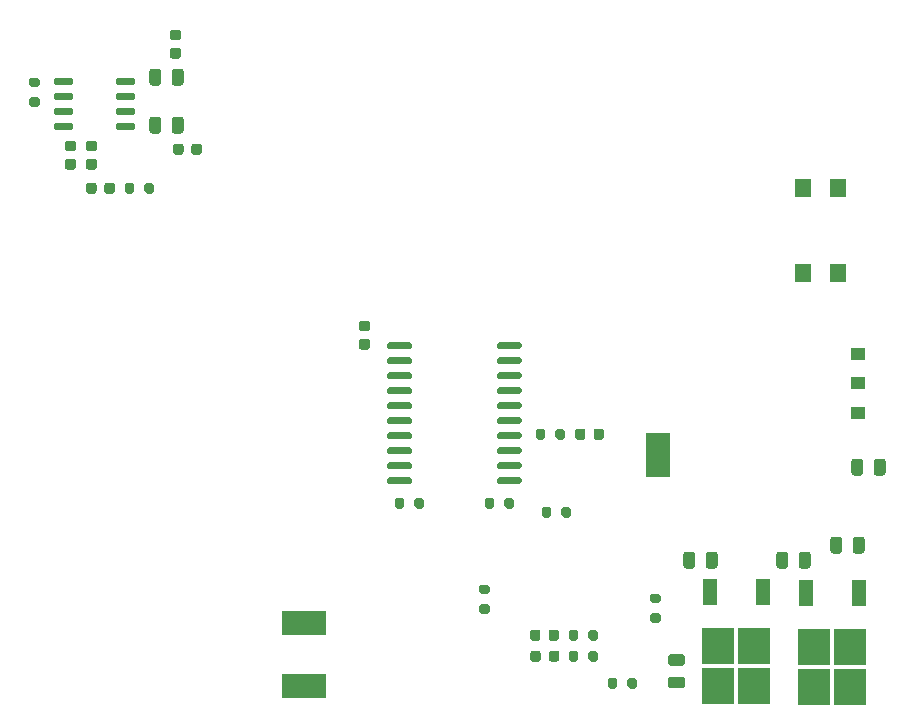
<source format=gtp>
%TF.GenerationSoftware,KiCad,Pcbnew,(5.1.12)-1*%
%TF.CreationDate,2022-01-31T19:51:58-07:00*%
%TF.ProjectId,Annoyatron_v2,416e6e6f-7961-4747-926f-6e5f76322e6b,rev?*%
%TF.SameCoordinates,Original*%
%TF.FileFunction,Paste,Top*%
%TF.FilePolarity,Positive*%
%FSLAX46Y46*%
G04 Gerber Fmt 4.6, Leading zero omitted, Abs format (unit mm)*
G04 Created by KiCad (PCBNEW (5.1.12)-1) date 2022-01-31 19:51:58*
%MOMM*%
%LPD*%
G01*
G04 APERTURE LIST*
%ADD10R,2.000000X3.800000*%
%ADD11R,3.800000X2.000000*%
%ADD12R,2.750000X3.050000*%
%ADD13R,1.200000X2.200000*%
%ADD14R,1.200000X1.000000*%
%ADD15R,1.400000X1.600000*%
G04 APERTURE END LIST*
D10*
%TO.C,TP_5V0*%
X152908000Y-98552000D03*
%TD*%
D11*
%TO.C,TP_GND0*%
X122936000Y-118110000D03*
%TD*%
%TO.C,TP_3V3*%
X122936000Y-112776000D03*
%TD*%
%TO.C,U6*%
G36*
G01*
X106956000Y-67053600D02*
X106956000Y-66753600D01*
G75*
G02*
X107106000Y-66603600I150000J0D01*
G01*
X108456000Y-66603600D01*
G75*
G02*
X108606000Y-66753600I0J-150000D01*
G01*
X108606000Y-67053600D01*
G75*
G02*
X108456000Y-67203600I-150000J0D01*
G01*
X107106000Y-67203600D01*
G75*
G02*
X106956000Y-67053600I0J150000D01*
G01*
G37*
G36*
G01*
X106956000Y-68323600D02*
X106956000Y-68023600D01*
G75*
G02*
X107106000Y-67873600I150000J0D01*
G01*
X108456000Y-67873600D01*
G75*
G02*
X108606000Y-68023600I0J-150000D01*
G01*
X108606000Y-68323600D01*
G75*
G02*
X108456000Y-68473600I-150000J0D01*
G01*
X107106000Y-68473600D01*
G75*
G02*
X106956000Y-68323600I0J150000D01*
G01*
G37*
G36*
G01*
X106956000Y-69593600D02*
X106956000Y-69293600D01*
G75*
G02*
X107106000Y-69143600I150000J0D01*
G01*
X108456000Y-69143600D01*
G75*
G02*
X108606000Y-69293600I0J-150000D01*
G01*
X108606000Y-69593600D01*
G75*
G02*
X108456000Y-69743600I-150000J0D01*
G01*
X107106000Y-69743600D01*
G75*
G02*
X106956000Y-69593600I0J150000D01*
G01*
G37*
G36*
G01*
X106956000Y-70863600D02*
X106956000Y-70563600D01*
G75*
G02*
X107106000Y-70413600I150000J0D01*
G01*
X108456000Y-70413600D01*
G75*
G02*
X108606000Y-70563600I0J-150000D01*
G01*
X108606000Y-70863600D01*
G75*
G02*
X108456000Y-71013600I-150000J0D01*
G01*
X107106000Y-71013600D01*
G75*
G02*
X106956000Y-70863600I0J150000D01*
G01*
G37*
G36*
G01*
X101706000Y-70863600D02*
X101706000Y-70563600D01*
G75*
G02*
X101856000Y-70413600I150000J0D01*
G01*
X103206000Y-70413600D01*
G75*
G02*
X103356000Y-70563600I0J-150000D01*
G01*
X103356000Y-70863600D01*
G75*
G02*
X103206000Y-71013600I-150000J0D01*
G01*
X101856000Y-71013600D01*
G75*
G02*
X101706000Y-70863600I0J150000D01*
G01*
G37*
G36*
G01*
X101706000Y-69593600D02*
X101706000Y-69293600D01*
G75*
G02*
X101856000Y-69143600I150000J0D01*
G01*
X103206000Y-69143600D01*
G75*
G02*
X103356000Y-69293600I0J-150000D01*
G01*
X103356000Y-69593600D01*
G75*
G02*
X103206000Y-69743600I-150000J0D01*
G01*
X101856000Y-69743600D01*
G75*
G02*
X101706000Y-69593600I0J150000D01*
G01*
G37*
G36*
G01*
X101706000Y-68323600D02*
X101706000Y-68023600D01*
G75*
G02*
X101856000Y-67873600I150000J0D01*
G01*
X103206000Y-67873600D01*
G75*
G02*
X103356000Y-68023600I0J-150000D01*
G01*
X103356000Y-68323600D01*
G75*
G02*
X103206000Y-68473600I-150000J0D01*
G01*
X101856000Y-68473600D01*
G75*
G02*
X101706000Y-68323600I0J150000D01*
G01*
G37*
G36*
G01*
X101706000Y-67053600D02*
X101706000Y-66753600D01*
G75*
G02*
X101856000Y-66603600I150000J0D01*
G01*
X103206000Y-66603600D01*
G75*
G02*
X103356000Y-66753600I0J-150000D01*
G01*
X103356000Y-67053600D01*
G75*
G02*
X103206000Y-67203600I-150000J0D01*
G01*
X101856000Y-67203600D01*
G75*
G02*
X101706000Y-67053600I0J150000D01*
G01*
G37*
%TD*%
%TO.C,R5*%
G36*
G01*
X143847000Y-103103000D02*
X143847000Y-103653000D01*
G75*
G02*
X143647000Y-103853000I-200000J0D01*
G01*
X143247000Y-103853000D01*
G75*
G02*
X143047000Y-103653000I0J200000D01*
G01*
X143047000Y-103103000D01*
G75*
G02*
X143247000Y-102903000I200000J0D01*
G01*
X143647000Y-102903000D01*
G75*
G02*
X143847000Y-103103000I0J-200000D01*
G01*
G37*
G36*
G01*
X145497000Y-103103000D02*
X145497000Y-103653000D01*
G75*
G02*
X145297000Y-103853000I-200000J0D01*
G01*
X144897000Y-103853000D01*
G75*
G02*
X144697000Y-103653000I0J200000D01*
G01*
X144697000Y-103103000D01*
G75*
G02*
X144897000Y-102903000I200000J0D01*
G01*
X145297000Y-102903000D01*
G75*
G02*
X145497000Y-103103000I0J-200000D01*
G01*
G37*
%TD*%
%TO.C,R3*%
G36*
G01*
X139871000Y-102891000D02*
X139871000Y-102341000D01*
G75*
G02*
X140071000Y-102141000I200000J0D01*
G01*
X140471000Y-102141000D01*
G75*
G02*
X140671000Y-102341000I0J-200000D01*
G01*
X140671000Y-102891000D01*
G75*
G02*
X140471000Y-103091000I-200000J0D01*
G01*
X140071000Y-103091000D01*
G75*
G02*
X139871000Y-102891000I0J200000D01*
G01*
G37*
G36*
G01*
X138221000Y-102891000D02*
X138221000Y-102341000D01*
G75*
G02*
X138421000Y-102141000I200000J0D01*
G01*
X138821000Y-102141000D01*
G75*
G02*
X139021000Y-102341000I0J-200000D01*
G01*
X139021000Y-102891000D01*
G75*
G02*
X138821000Y-103091000I-200000J0D01*
G01*
X138421000Y-103091000D01*
G75*
G02*
X138221000Y-102891000I0J200000D01*
G01*
G37*
%TD*%
%TO.C,R2*%
G36*
G01*
X131401000Y-102341000D02*
X131401000Y-102891000D01*
G75*
G02*
X131201000Y-103091000I-200000J0D01*
G01*
X130801000Y-103091000D01*
G75*
G02*
X130601000Y-102891000I0J200000D01*
G01*
X130601000Y-102341000D01*
G75*
G02*
X130801000Y-102141000I200000J0D01*
G01*
X131201000Y-102141000D01*
G75*
G02*
X131401000Y-102341000I0J-200000D01*
G01*
G37*
G36*
G01*
X133051000Y-102341000D02*
X133051000Y-102891000D01*
G75*
G02*
X132851000Y-103091000I-200000J0D01*
G01*
X132451000Y-103091000D01*
G75*
G02*
X132251000Y-102891000I0J200000D01*
G01*
X132251000Y-102341000D01*
G75*
G02*
X132451000Y-102141000I200000J0D01*
G01*
X132851000Y-102141000D01*
G75*
G02*
X133051000Y-102341000I0J-200000D01*
G01*
G37*
%TD*%
%TO.C,R12*%
G36*
G01*
X152379000Y-111931000D02*
X152929000Y-111931000D01*
G75*
G02*
X153129000Y-112131000I0J-200000D01*
G01*
X153129000Y-112531000D01*
G75*
G02*
X152929000Y-112731000I-200000J0D01*
G01*
X152379000Y-112731000D01*
G75*
G02*
X152179000Y-112531000I0J200000D01*
G01*
X152179000Y-112131000D01*
G75*
G02*
X152379000Y-111931000I200000J0D01*
G01*
G37*
G36*
G01*
X152379000Y-110281000D02*
X152929000Y-110281000D01*
G75*
G02*
X153129000Y-110481000I0J-200000D01*
G01*
X153129000Y-110881000D01*
G75*
G02*
X152929000Y-111081000I-200000J0D01*
G01*
X152379000Y-111081000D01*
G75*
G02*
X152179000Y-110881000I0J200000D01*
G01*
X152179000Y-110481000D01*
G75*
G02*
X152379000Y-110281000I200000J0D01*
G01*
G37*
%TD*%
%TO.C,R10*%
G36*
G01*
X146133000Y-113517000D02*
X146133000Y-114067000D01*
G75*
G02*
X145933000Y-114267000I-200000J0D01*
G01*
X145533000Y-114267000D01*
G75*
G02*
X145333000Y-114067000I0J200000D01*
G01*
X145333000Y-113517000D01*
G75*
G02*
X145533000Y-113317000I200000J0D01*
G01*
X145933000Y-113317000D01*
G75*
G02*
X146133000Y-113517000I0J-200000D01*
G01*
G37*
G36*
G01*
X147783000Y-113517000D02*
X147783000Y-114067000D01*
G75*
G02*
X147583000Y-114267000I-200000J0D01*
G01*
X147183000Y-114267000D01*
G75*
G02*
X146983000Y-114067000I0J200000D01*
G01*
X146983000Y-113517000D01*
G75*
G02*
X147183000Y-113317000I200000J0D01*
G01*
X147583000Y-113317000D01*
G75*
G02*
X147783000Y-113517000I0J-200000D01*
G01*
G37*
%TD*%
%TO.C,LED_5V0*%
G36*
G01*
X143606000Y-114048250D02*
X143606000Y-113535750D01*
G75*
G02*
X143824750Y-113317000I218750J0D01*
G01*
X144262250Y-113317000D01*
G75*
G02*
X144481000Y-113535750I0J-218750D01*
G01*
X144481000Y-114048250D01*
G75*
G02*
X144262250Y-114267000I-218750J0D01*
G01*
X143824750Y-114267000D01*
G75*
G02*
X143606000Y-114048250I0J218750D01*
G01*
G37*
G36*
G01*
X142031000Y-114048250D02*
X142031000Y-113535750D01*
G75*
G02*
X142249750Y-113317000I218750J0D01*
G01*
X142687250Y-113317000D01*
G75*
G02*
X142906000Y-113535750I0J-218750D01*
G01*
X142906000Y-114048250D01*
G75*
G02*
X142687250Y-114267000I-218750J0D01*
G01*
X142249750Y-114267000D01*
G75*
G02*
X142031000Y-114048250I0J218750D01*
G01*
G37*
%TD*%
%TO.C,C8*%
G36*
G01*
X169360000Y-106647000D02*
X169360000Y-105697000D01*
G75*
G02*
X169610000Y-105447000I250000J0D01*
G01*
X170110000Y-105447000D01*
G75*
G02*
X170360000Y-105697000I0J-250000D01*
G01*
X170360000Y-106647000D01*
G75*
G02*
X170110000Y-106897000I-250000J0D01*
G01*
X169610000Y-106897000D01*
G75*
G02*
X169360000Y-106647000I0J250000D01*
G01*
G37*
G36*
G01*
X167460000Y-106647000D02*
X167460000Y-105697000D01*
G75*
G02*
X167710000Y-105447000I250000J0D01*
G01*
X168210000Y-105447000D01*
G75*
G02*
X168460000Y-105697000I0J-250000D01*
G01*
X168460000Y-106647000D01*
G75*
G02*
X168210000Y-106897000I-250000J0D01*
G01*
X167710000Y-106897000D01*
G75*
G02*
X167460000Y-106647000I0J250000D01*
G01*
G37*
%TD*%
%TO.C,C6*%
G36*
G01*
X156014000Y-106967000D02*
X156014000Y-107917000D01*
G75*
G02*
X155764000Y-108167000I-250000J0D01*
G01*
X155264000Y-108167000D01*
G75*
G02*
X155014000Y-107917000I0J250000D01*
G01*
X155014000Y-106967000D01*
G75*
G02*
X155264000Y-106717000I250000J0D01*
G01*
X155764000Y-106717000D01*
G75*
G02*
X156014000Y-106967000I0J-250000D01*
G01*
G37*
G36*
G01*
X157914000Y-106967000D02*
X157914000Y-107917000D01*
G75*
G02*
X157664000Y-108167000I-250000J0D01*
G01*
X157164000Y-108167000D01*
G75*
G02*
X156914000Y-107917000I0J250000D01*
G01*
X156914000Y-106967000D01*
G75*
G02*
X157164000Y-106717000I250000J0D01*
G01*
X157664000Y-106717000D01*
G75*
G02*
X157914000Y-106967000I0J-250000D01*
G01*
G37*
%TD*%
D12*
%TO.C,5V0*%
X166114000Y-114808000D03*
X169164000Y-118158000D03*
X169164000Y-114808000D03*
X166114000Y-118158000D03*
D13*
X165359000Y-110183000D03*
X169919000Y-110183000D03*
%TD*%
%TO.C,R13*%
G36*
G01*
X109391000Y-76221000D02*
X109391000Y-75671000D01*
G75*
G02*
X109591000Y-75471000I200000J0D01*
G01*
X109991000Y-75471000D01*
G75*
G02*
X110191000Y-75671000I0J-200000D01*
G01*
X110191000Y-76221000D01*
G75*
G02*
X109991000Y-76421000I-200000J0D01*
G01*
X109591000Y-76421000D01*
G75*
G02*
X109391000Y-76221000I0J200000D01*
G01*
G37*
G36*
G01*
X107741000Y-76221000D02*
X107741000Y-75671000D01*
G75*
G02*
X107941000Y-75471000I200000J0D01*
G01*
X108341000Y-75471000D01*
G75*
G02*
X108541000Y-75671000I0J-200000D01*
G01*
X108541000Y-76221000D01*
G75*
G02*
X108341000Y-76421000I-200000J0D01*
G01*
X107941000Y-76421000D01*
G75*
G02*
X107741000Y-76221000I0J200000D01*
G01*
G37*
%TD*%
%TO.C,C11*%
G36*
G01*
X105339000Y-75696000D02*
X105339000Y-76196000D01*
G75*
G02*
X105114000Y-76421000I-225000J0D01*
G01*
X104664000Y-76421000D01*
G75*
G02*
X104439000Y-76196000I0J225000D01*
G01*
X104439000Y-75696000D01*
G75*
G02*
X104664000Y-75471000I225000J0D01*
G01*
X105114000Y-75471000D01*
G75*
G02*
X105339000Y-75696000I0J-225000D01*
G01*
G37*
G36*
G01*
X106889000Y-75696000D02*
X106889000Y-76196000D01*
G75*
G02*
X106664000Y-76421000I-225000J0D01*
G01*
X106214000Y-76421000D01*
G75*
G02*
X105989000Y-76196000I0J225000D01*
G01*
X105989000Y-75696000D01*
G75*
G02*
X106214000Y-75471000I225000J0D01*
G01*
X106664000Y-75471000D01*
G75*
G02*
X106889000Y-75696000I0J-225000D01*
G01*
G37*
%TD*%
%TO.C,R11*%
G36*
G01*
X150285000Y-118131000D02*
X150285000Y-117581000D01*
G75*
G02*
X150485000Y-117381000I200000J0D01*
G01*
X150885000Y-117381000D01*
G75*
G02*
X151085000Y-117581000I0J-200000D01*
G01*
X151085000Y-118131000D01*
G75*
G02*
X150885000Y-118331000I-200000J0D01*
G01*
X150485000Y-118331000D01*
G75*
G02*
X150285000Y-118131000I0J200000D01*
G01*
G37*
G36*
G01*
X148635000Y-118131000D02*
X148635000Y-117581000D01*
G75*
G02*
X148835000Y-117381000I200000J0D01*
G01*
X149235000Y-117381000D01*
G75*
G02*
X149435000Y-117581000I0J-200000D01*
G01*
X149435000Y-118131000D01*
G75*
G02*
X149235000Y-118331000I-200000J0D01*
G01*
X148835000Y-118331000D01*
G75*
G02*
X148635000Y-118131000I0J200000D01*
G01*
G37*
%TD*%
%TO.C,FB2*%
G36*
G01*
X110802000Y-66073000D02*
X110802000Y-67023000D01*
G75*
G02*
X110552000Y-67273000I-250000J0D01*
G01*
X110052000Y-67273000D01*
G75*
G02*
X109802000Y-67023000I0J250000D01*
G01*
X109802000Y-66073000D01*
G75*
G02*
X110052000Y-65823000I250000J0D01*
G01*
X110552000Y-65823000D01*
G75*
G02*
X110802000Y-66073000I0J-250000D01*
G01*
G37*
G36*
G01*
X112702000Y-66073000D02*
X112702000Y-67023000D01*
G75*
G02*
X112452000Y-67273000I-250000J0D01*
G01*
X111952000Y-67273000D01*
G75*
G02*
X111702000Y-67023000I0J250000D01*
G01*
X111702000Y-66073000D01*
G75*
G02*
X111952000Y-65823000I250000J0D01*
G01*
X112452000Y-65823000D01*
G75*
G02*
X112702000Y-66073000I0J-250000D01*
G01*
G37*
%TD*%
%TO.C,FB1*%
G36*
G01*
X110802000Y-70137000D02*
X110802000Y-71087000D01*
G75*
G02*
X110552000Y-71337000I-250000J0D01*
G01*
X110052000Y-71337000D01*
G75*
G02*
X109802000Y-71087000I0J250000D01*
G01*
X109802000Y-70137000D01*
G75*
G02*
X110052000Y-69887000I250000J0D01*
G01*
X110552000Y-69887000D01*
G75*
G02*
X110802000Y-70137000I0J-250000D01*
G01*
G37*
G36*
G01*
X112702000Y-70137000D02*
X112702000Y-71087000D01*
G75*
G02*
X112452000Y-71337000I-250000J0D01*
G01*
X111952000Y-71337000D01*
G75*
G02*
X111702000Y-71087000I0J250000D01*
G01*
X111702000Y-70137000D01*
G75*
G02*
X111952000Y-69887000I250000J0D01*
G01*
X112452000Y-69887000D01*
G75*
G02*
X112702000Y-70137000I0J-250000D01*
G01*
G37*
%TD*%
%TO.C,C10*%
G36*
G01*
X112264000Y-63429000D02*
X111764000Y-63429000D01*
G75*
G02*
X111539000Y-63204000I0J225000D01*
G01*
X111539000Y-62754000D01*
G75*
G02*
X111764000Y-62529000I225000J0D01*
G01*
X112264000Y-62529000D01*
G75*
G02*
X112489000Y-62754000I0J-225000D01*
G01*
X112489000Y-63204000D01*
G75*
G02*
X112264000Y-63429000I-225000J0D01*
G01*
G37*
G36*
G01*
X112264000Y-64979000D02*
X111764000Y-64979000D01*
G75*
G02*
X111539000Y-64754000I0J225000D01*
G01*
X111539000Y-64304000D01*
G75*
G02*
X111764000Y-64079000I225000J0D01*
G01*
X112264000Y-64079000D01*
G75*
G02*
X112489000Y-64304000I0J-225000D01*
G01*
X112489000Y-64754000D01*
G75*
G02*
X112264000Y-64979000I-225000J0D01*
G01*
G37*
%TD*%
%TO.C,C9*%
G36*
G01*
X113355000Y-72894000D02*
X113355000Y-72394000D01*
G75*
G02*
X113580000Y-72169000I225000J0D01*
G01*
X114030000Y-72169000D01*
G75*
G02*
X114255000Y-72394000I0J-225000D01*
G01*
X114255000Y-72894000D01*
G75*
G02*
X114030000Y-73119000I-225000J0D01*
G01*
X113580000Y-73119000D01*
G75*
G02*
X113355000Y-72894000I0J225000D01*
G01*
G37*
G36*
G01*
X111805000Y-72894000D02*
X111805000Y-72394000D01*
G75*
G02*
X112030000Y-72169000I225000J0D01*
G01*
X112480000Y-72169000D01*
G75*
G02*
X112705000Y-72394000I0J-225000D01*
G01*
X112705000Y-72894000D01*
G75*
G02*
X112480000Y-73119000I-225000J0D01*
G01*
X112030000Y-73119000D01*
G75*
G02*
X111805000Y-72894000I0J225000D01*
G01*
G37*
%TD*%
%TO.C,R9*%
G36*
G01*
X146133000Y-115295000D02*
X146133000Y-115845000D01*
G75*
G02*
X145933000Y-116045000I-200000J0D01*
G01*
X145533000Y-116045000D01*
G75*
G02*
X145333000Y-115845000I0J200000D01*
G01*
X145333000Y-115295000D01*
G75*
G02*
X145533000Y-115095000I200000J0D01*
G01*
X145933000Y-115095000D01*
G75*
G02*
X146133000Y-115295000I0J-200000D01*
G01*
G37*
G36*
G01*
X147783000Y-115295000D02*
X147783000Y-115845000D01*
G75*
G02*
X147583000Y-116045000I-200000J0D01*
G01*
X147183000Y-116045000D01*
G75*
G02*
X146983000Y-115845000I0J200000D01*
G01*
X146983000Y-115295000D01*
G75*
G02*
X147183000Y-115095000I200000J0D01*
G01*
X147583000Y-115095000D01*
G75*
G02*
X147783000Y-115295000I0J-200000D01*
G01*
G37*
%TD*%
%TO.C,LED_3V3*%
G36*
G01*
X143631500Y-115826250D02*
X143631500Y-115313750D01*
G75*
G02*
X143850250Y-115095000I218750J0D01*
G01*
X144287750Y-115095000D01*
G75*
G02*
X144506500Y-115313750I0J-218750D01*
G01*
X144506500Y-115826250D01*
G75*
G02*
X144287750Y-116045000I-218750J0D01*
G01*
X143850250Y-116045000D01*
G75*
G02*
X143631500Y-115826250I0J218750D01*
G01*
G37*
G36*
G01*
X142056500Y-115826250D02*
X142056500Y-115313750D01*
G75*
G02*
X142275250Y-115095000I218750J0D01*
G01*
X142712750Y-115095000D01*
G75*
G02*
X142931500Y-115313750I0J-218750D01*
G01*
X142931500Y-115826250D01*
G75*
G02*
X142712750Y-116045000I-218750J0D01*
G01*
X142275250Y-116045000D01*
G75*
G02*
X142056500Y-115826250I0J218750D01*
G01*
G37*
%TD*%
%TO.C,R8*%
G36*
G01*
X100351000Y-67393000D02*
X99801000Y-67393000D01*
G75*
G02*
X99601000Y-67193000I0J200000D01*
G01*
X99601000Y-66793000D01*
G75*
G02*
X99801000Y-66593000I200000J0D01*
G01*
X100351000Y-66593000D01*
G75*
G02*
X100551000Y-66793000I0J-200000D01*
G01*
X100551000Y-67193000D01*
G75*
G02*
X100351000Y-67393000I-200000J0D01*
G01*
G37*
G36*
G01*
X100351000Y-69043000D02*
X99801000Y-69043000D01*
G75*
G02*
X99601000Y-68843000I0J200000D01*
G01*
X99601000Y-68443000D01*
G75*
G02*
X99801000Y-68243000I200000J0D01*
G01*
X100351000Y-68243000D01*
G75*
G02*
X100551000Y-68443000I0J-200000D01*
G01*
X100551000Y-68843000D01*
G75*
G02*
X100351000Y-69043000I-200000J0D01*
G01*
G37*
%TD*%
%TO.C,R7*%
G36*
G01*
X144189000Y-97049000D02*
X144189000Y-96499000D01*
G75*
G02*
X144389000Y-96299000I200000J0D01*
G01*
X144789000Y-96299000D01*
G75*
G02*
X144989000Y-96499000I0J-200000D01*
G01*
X144989000Y-97049000D01*
G75*
G02*
X144789000Y-97249000I-200000J0D01*
G01*
X144389000Y-97249000D01*
G75*
G02*
X144189000Y-97049000I0J200000D01*
G01*
G37*
G36*
G01*
X142539000Y-97049000D02*
X142539000Y-96499000D01*
G75*
G02*
X142739000Y-96299000I200000J0D01*
G01*
X143139000Y-96299000D01*
G75*
G02*
X143339000Y-96499000I0J-200000D01*
G01*
X143339000Y-97049000D01*
G75*
G02*
X143139000Y-97249000I-200000J0D01*
G01*
X142739000Y-97249000D01*
G75*
G02*
X142539000Y-97049000I0J200000D01*
G01*
G37*
%TD*%
%TO.C,R4*%
G36*
G01*
X138451000Y-110319000D02*
X137901000Y-110319000D01*
G75*
G02*
X137701000Y-110119000I0J200000D01*
G01*
X137701000Y-109719000D01*
G75*
G02*
X137901000Y-109519000I200000J0D01*
G01*
X138451000Y-109519000D01*
G75*
G02*
X138651000Y-109719000I0J-200000D01*
G01*
X138651000Y-110119000D01*
G75*
G02*
X138451000Y-110319000I-200000J0D01*
G01*
G37*
G36*
G01*
X138451000Y-111969000D02*
X137901000Y-111969000D01*
G75*
G02*
X137701000Y-111769000I0J200000D01*
G01*
X137701000Y-111369000D01*
G75*
G02*
X137901000Y-111169000I200000J0D01*
G01*
X138451000Y-111169000D01*
G75*
G02*
X138651000Y-111369000I0J-200000D01*
G01*
X138651000Y-111769000D01*
G75*
G02*
X138451000Y-111969000I-200000J0D01*
G01*
G37*
%TD*%
%TO.C,LED_USR1*%
G36*
G01*
X146716000Y-96517750D02*
X146716000Y-97030250D01*
G75*
G02*
X146497250Y-97249000I-218750J0D01*
G01*
X146059750Y-97249000D01*
G75*
G02*
X145841000Y-97030250I0J218750D01*
G01*
X145841000Y-96517750D01*
G75*
G02*
X146059750Y-96299000I218750J0D01*
G01*
X146497250Y-96299000D01*
G75*
G02*
X146716000Y-96517750I0J-218750D01*
G01*
G37*
G36*
G01*
X148291000Y-96517750D02*
X148291000Y-97030250D01*
G75*
G02*
X148072250Y-97249000I-218750J0D01*
G01*
X147634750Y-97249000D01*
G75*
G02*
X147416000Y-97030250I0J218750D01*
G01*
X147416000Y-96517750D01*
G75*
G02*
X147634750Y-96299000I218750J0D01*
G01*
X148072250Y-96299000D01*
G75*
G02*
X148291000Y-96517750I0J-218750D01*
G01*
G37*
%TD*%
%TO.C,C4*%
G36*
G01*
X171138000Y-100043000D02*
X171138000Y-99093000D01*
G75*
G02*
X171388000Y-98843000I250000J0D01*
G01*
X171888000Y-98843000D01*
G75*
G02*
X172138000Y-99093000I0J-250000D01*
G01*
X172138000Y-100043000D01*
G75*
G02*
X171888000Y-100293000I-250000J0D01*
G01*
X171388000Y-100293000D01*
G75*
G02*
X171138000Y-100043000I0J250000D01*
G01*
G37*
G36*
G01*
X169238000Y-100043000D02*
X169238000Y-99093000D01*
G75*
G02*
X169488000Y-98843000I250000J0D01*
G01*
X169988000Y-98843000D01*
G75*
G02*
X170238000Y-99093000I0J-250000D01*
G01*
X170238000Y-100043000D01*
G75*
G02*
X169988000Y-100293000I-250000J0D01*
G01*
X169488000Y-100293000D01*
G75*
G02*
X169238000Y-100043000I0J250000D01*
G01*
G37*
%TD*%
%TO.C,C3*%
G36*
G01*
X127766000Y-88717000D02*
X128266000Y-88717000D01*
G75*
G02*
X128491000Y-88942000I0J-225000D01*
G01*
X128491000Y-89392000D01*
G75*
G02*
X128266000Y-89617000I-225000J0D01*
G01*
X127766000Y-89617000D01*
G75*
G02*
X127541000Y-89392000I0J225000D01*
G01*
X127541000Y-88942000D01*
G75*
G02*
X127766000Y-88717000I225000J0D01*
G01*
G37*
G36*
G01*
X127766000Y-87167000D02*
X128266000Y-87167000D01*
G75*
G02*
X128491000Y-87392000I0J-225000D01*
G01*
X128491000Y-87842000D01*
G75*
G02*
X128266000Y-88067000I-225000J0D01*
G01*
X127766000Y-88067000D01*
G75*
G02*
X127541000Y-87842000I0J225000D01*
G01*
X127541000Y-87392000D01*
G75*
G02*
X127766000Y-87167000I225000J0D01*
G01*
G37*
%TD*%
%TO.C,C2*%
G36*
G01*
X104652000Y-73477000D02*
X105152000Y-73477000D01*
G75*
G02*
X105377000Y-73702000I0J-225000D01*
G01*
X105377000Y-74152000D01*
G75*
G02*
X105152000Y-74377000I-225000J0D01*
G01*
X104652000Y-74377000D01*
G75*
G02*
X104427000Y-74152000I0J225000D01*
G01*
X104427000Y-73702000D01*
G75*
G02*
X104652000Y-73477000I225000J0D01*
G01*
G37*
G36*
G01*
X104652000Y-71927000D02*
X105152000Y-71927000D01*
G75*
G02*
X105377000Y-72152000I0J-225000D01*
G01*
X105377000Y-72602000D01*
G75*
G02*
X105152000Y-72827000I-225000J0D01*
G01*
X104652000Y-72827000D01*
G75*
G02*
X104427000Y-72602000I0J225000D01*
G01*
X104427000Y-72152000D01*
G75*
G02*
X104652000Y-71927000I225000J0D01*
G01*
G37*
%TD*%
%TO.C,C1*%
G36*
G01*
X102874000Y-73477000D02*
X103374000Y-73477000D01*
G75*
G02*
X103599000Y-73702000I0J-225000D01*
G01*
X103599000Y-74152000D01*
G75*
G02*
X103374000Y-74377000I-225000J0D01*
G01*
X102874000Y-74377000D01*
G75*
G02*
X102649000Y-74152000I0J225000D01*
G01*
X102649000Y-73702000D01*
G75*
G02*
X102874000Y-73477000I225000J0D01*
G01*
G37*
G36*
G01*
X102874000Y-71927000D02*
X103374000Y-71927000D01*
G75*
G02*
X103599000Y-72152000I0J-225000D01*
G01*
X103599000Y-72602000D01*
G75*
G02*
X103374000Y-72827000I-225000J0D01*
G01*
X102874000Y-72827000D01*
G75*
G02*
X102649000Y-72602000I0J225000D01*
G01*
X102649000Y-72152000D01*
G75*
G02*
X102874000Y-71927000I225000J0D01*
G01*
G37*
%TD*%
%TO.C,C7*%
G36*
G01*
X154907000Y-116390000D02*
X153957000Y-116390000D01*
G75*
G02*
X153707000Y-116140000I0J250000D01*
G01*
X153707000Y-115640000D01*
G75*
G02*
X153957000Y-115390000I250000J0D01*
G01*
X154907000Y-115390000D01*
G75*
G02*
X155157000Y-115640000I0J-250000D01*
G01*
X155157000Y-116140000D01*
G75*
G02*
X154907000Y-116390000I-250000J0D01*
G01*
G37*
G36*
G01*
X154907000Y-118290000D02*
X153957000Y-118290000D01*
G75*
G02*
X153707000Y-118040000I0J250000D01*
G01*
X153707000Y-117540000D01*
G75*
G02*
X153957000Y-117290000I250000J0D01*
G01*
X154907000Y-117290000D01*
G75*
G02*
X155157000Y-117540000I0J-250000D01*
G01*
X155157000Y-118040000D01*
G75*
G02*
X154907000Y-118290000I-250000J0D01*
G01*
G37*
%TD*%
%TO.C,C5*%
G36*
G01*
X163888000Y-106967000D02*
X163888000Y-107917000D01*
G75*
G02*
X163638000Y-108167000I-250000J0D01*
G01*
X163138000Y-108167000D01*
G75*
G02*
X162888000Y-107917000I0J250000D01*
G01*
X162888000Y-106967000D01*
G75*
G02*
X163138000Y-106717000I250000J0D01*
G01*
X163638000Y-106717000D01*
G75*
G02*
X163888000Y-106967000I0J-250000D01*
G01*
G37*
G36*
G01*
X165788000Y-106967000D02*
X165788000Y-107917000D01*
G75*
G02*
X165538000Y-108167000I-250000J0D01*
G01*
X165038000Y-108167000D01*
G75*
G02*
X164788000Y-107917000I0J250000D01*
G01*
X164788000Y-106967000D01*
G75*
G02*
X165038000Y-106717000I250000J0D01*
G01*
X165538000Y-106717000D01*
G75*
G02*
X165788000Y-106967000I0J-250000D01*
G01*
G37*
%TD*%
%TO.C,U3*%
G36*
G01*
X139261000Y-89431000D02*
X139261000Y-89131000D01*
G75*
G02*
X139411000Y-88981000I150000J0D01*
G01*
X141161000Y-88981000D01*
G75*
G02*
X141311000Y-89131000I0J-150000D01*
G01*
X141311000Y-89431000D01*
G75*
G02*
X141161000Y-89581000I-150000J0D01*
G01*
X139411000Y-89581000D01*
G75*
G02*
X139261000Y-89431000I0J150000D01*
G01*
G37*
G36*
G01*
X139261000Y-90701000D02*
X139261000Y-90401000D01*
G75*
G02*
X139411000Y-90251000I150000J0D01*
G01*
X141161000Y-90251000D01*
G75*
G02*
X141311000Y-90401000I0J-150000D01*
G01*
X141311000Y-90701000D01*
G75*
G02*
X141161000Y-90851000I-150000J0D01*
G01*
X139411000Y-90851000D01*
G75*
G02*
X139261000Y-90701000I0J150000D01*
G01*
G37*
G36*
G01*
X139261000Y-91971000D02*
X139261000Y-91671000D01*
G75*
G02*
X139411000Y-91521000I150000J0D01*
G01*
X141161000Y-91521000D01*
G75*
G02*
X141311000Y-91671000I0J-150000D01*
G01*
X141311000Y-91971000D01*
G75*
G02*
X141161000Y-92121000I-150000J0D01*
G01*
X139411000Y-92121000D01*
G75*
G02*
X139261000Y-91971000I0J150000D01*
G01*
G37*
G36*
G01*
X139261000Y-93241000D02*
X139261000Y-92941000D01*
G75*
G02*
X139411000Y-92791000I150000J0D01*
G01*
X141161000Y-92791000D01*
G75*
G02*
X141311000Y-92941000I0J-150000D01*
G01*
X141311000Y-93241000D01*
G75*
G02*
X141161000Y-93391000I-150000J0D01*
G01*
X139411000Y-93391000D01*
G75*
G02*
X139261000Y-93241000I0J150000D01*
G01*
G37*
G36*
G01*
X139261000Y-94511000D02*
X139261000Y-94211000D01*
G75*
G02*
X139411000Y-94061000I150000J0D01*
G01*
X141161000Y-94061000D01*
G75*
G02*
X141311000Y-94211000I0J-150000D01*
G01*
X141311000Y-94511000D01*
G75*
G02*
X141161000Y-94661000I-150000J0D01*
G01*
X139411000Y-94661000D01*
G75*
G02*
X139261000Y-94511000I0J150000D01*
G01*
G37*
G36*
G01*
X139261000Y-95781000D02*
X139261000Y-95481000D01*
G75*
G02*
X139411000Y-95331000I150000J0D01*
G01*
X141161000Y-95331000D01*
G75*
G02*
X141311000Y-95481000I0J-150000D01*
G01*
X141311000Y-95781000D01*
G75*
G02*
X141161000Y-95931000I-150000J0D01*
G01*
X139411000Y-95931000D01*
G75*
G02*
X139261000Y-95781000I0J150000D01*
G01*
G37*
G36*
G01*
X139261000Y-97051000D02*
X139261000Y-96751000D01*
G75*
G02*
X139411000Y-96601000I150000J0D01*
G01*
X141161000Y-96601000D01*
G75*
G02*
X141311000Y-96751000I0J-150000D01*
G01*
X141311000Y-97051000D01*
G75*
G02*
X141161000Y-97201000I-150000J0D01*
G01*
X139411000Y-97201000D01*
G75*
G02*
X139261000Y-97051000I0J150000D01*
G01*
G37*
G36*
G01*
X139261000Y-98321000D02*
X139261000Y-98021000D01*
G75*
G02*
X139411000Y-97871000I150000J0D01*
G01*
X141161000Y-97871000D01*
G75*
G02*
X141311000Y-98021000I0J-150000D01*
G01*
X141311000Y-98321000D01*
G75*
G02*
X141161000Y-98471000I-150000J0D01*
G01*
X139411000Y-98471000D01*
G75*
G02*
X139261000Y-98321000I0J150000D01*
G01*
G37*
G36*
G01*
X139261000Y-99591000D02*
X139261000Y-99291000D01*
G75*
G02*
X139411000Y-99141000I150000J0D01*
G01*
X141161000Y-99141000D01*
G75*
G02*
X141311000Y-99291000I0J-150000D01*
G01*
X141311000Y-99591000D01*
G75*
G02*
X141161000Y-99741000I-150000J0D01*
G01*
X139411000Y-99741000D01*
G75*
G02*
X139261000Y-99591000I0J150000D01*
G01*
G37*
G36*
G01*
X139261000Y-100861000D02*
X139261000Y-100561000D01*
G75*
G02*
X139411000Y-100411000I150000J0D01*
G01*
X141161000Y-100411000D01*
G75*
G02*
X141311000Y-100561000I0J-150000D01*
G01*
X141311000Y-100861000D01*
G75*
G02*
X141161000Y-101011000I-150000J0D01*
G01*
X139411000Y-101011000D01*
G75*
G02*
X139261000Y-100861000I0J150000D01*
G01*
G37*
G36*
G01*
X129961000Y-100861000D02*
X129961000Y-100561000D01*
G75*
G02*
X130111000Y-100411000I150000J0D01*
G01*
X131861000Y-100411000D01*
G75*
G02*
X132011000Y-100561000I0J-150000D01*
G01*
X132011000Y-100861000D01*
G75*
G02*
X131861000Y-101011000I-150000J0D01*
G01*
X130111000Y-101011000D01*
G75*
G02*
X129961000Y-100861000I0J150000D01*
G01*
G37*
G36*
G01*
X129961000Y-99591000D02*
X129961000Y-99291000D01*
G75*
G02*
X130111000Y-99141000I150000J0D01*
G01*
X131861000Y-99141000D01*
G75*
G02*
X132011000Y-99291000I0J-150000D01*
G01*
X132011000Y-99591000D01*
G75*
G02*
X131861000Y-99741000I-150000J0D01*
G01*
X130111000Y-99741000D01*
G75*
G02*
X129961000Y-99591000I0J150000D01*
G01*
G37*
G36*
G01*
X129961000Y-98321000D02*
X129961000Y-98021000D01*
G75*
G02*
X130111000Y-97871000I150000J0D01*
G01*
X131861000Y-97871000D01*
G75*
G02*
X132011000Y-98021000I0J-150000D01*
G01*
X132011000Y-98321000D01*
G75*
G02*
X131861000Y-98471000I-150000J0D01*
G01*
X130111000Y-98471000D01*
G75*
G02*
X129961000Y-98321000I0J150000D01*
G01*
G37*
G36*
G01*
X129961000Y-97051000D02*
X129961000Y-96751000D01*
G75*
G02*
X130111000Y-96601000I150000J0D01*
G01*
X131861000Y-96601000D01*
G75*
G02*
X132011000Y-96751000I0J-150000D01*
G01*
X132011000Y-97051000D01*
G75*
G02*
X131861000Y-97201000I-150000J0D01*
G01*
X130111000Y-97201000D01*
G75*
G02*
X129961000Y-97051000I0J150000D01*
G01*
G37*
G36*
G01*
X129961000Y-95781000D02*
X129961000Y-95481000D01*
G75*
G02*
X130111000Y-95331000I150000J0D01*
G01*
X131861000Y-95331000D01*
G75*
G02*
X132011000Y-95481000I0J-150000D01*
G01*
X132011000Y-95781000D01*
G75*
G02*
X131861000Y-95931000I-150000J0D01*
G01*
X130111000Y-95931000D01*
G75*
G02*
X129961000Y-95781000I0J150000D01*
G01*
G37*
G36*
G01*
X129961000Y-94511000D02*
X129961000Y-94211000D01*
G75*
G02*
X130111000Y-94061000I150000J0D01*
G01*
X131861000Y-94061000D01*
G75*
G02*
X132011000Y-94211000I0J-150000D01*
G01*
X132011000Y-94511000D01*
G75*
G02*
X131861000Y-94661000I-150000J0D01*
G01*
X130111000Y-94661000D01*
G75*
G02*
X129961000Y-94511000I0J150000D01*
G01*
G37*
G36*
G01*
X129961000Y-93241000D02*
X129961000Y-92941000D01*
G75*
G02*
X130111000Y-92791000I150000J0D01*
G01*
X131861000Y-92791000D01*
G75*
G02*
X132011000Y-92941000I0J-150000D01*
G01*
X132011000Y-93241000D01*
G75*
G02*
X131861000Y-93391000I-150000J0D01*
G01*
X130111000Y-93391000D01*
G75*
G02*
X129961000Y-93241000I0J150000D01*
G01*
G37*
G36*
G01*
X129961000Y-91971000D02*
X129961000Y-91671000D01*
G75*
G02*
X130111000Y-91521000I150000J0D01*
G01*
X131861000Y-91521000D01*
G75*
G02*
X132011000Y-91671000I0J-150000D01*
G01*
X132011000Y-91971000D01*
G75*
G02*
X131861000Y-92121000I-150000J0D01*
G01*
X130111000Y-92121000D01*
G75*
G02*
X129961000Y-91971000I0J150000D01*
G01*
G37*
G36*
G01*
X129961000Y-90701000D02*
X129961000Y-90401000D01*
G75*
G02*
X130111000Y-90251000I150000J0D01*
G01*
X131861000Y-90251000D01*
G75*
G02*
X132011000Y-90401000I0J-150000D01*
G01*
X132011000Y-90701000D01*
G75*
G02*
X131861000Y-90851000I-150000J0D01*
G01*
X130111000Y-90851000D01*
G75*
G02*
X129961000Y-90701000I0J150000D01*
G01*
G37*
G36*
G01*
X129961000Y-89431000D02*
X129961000Y-89131000D01*
G75*
G02*
X130111000Y-88981000I150000J0D01*
G01*
X131861000Y-88981000D01*
G75*
G02*
X132011000Y-89131000I0J-150000D01*
G01*
X132011000Y-89431000D01*
G75*
G02*
X131861000Y-89581000I-150000J0D01*
G01*
X130111000Y-89581000D01*
G75*
G02*
X129961000Y-89431000I0J150000D01*
G01*
G37*
%TD*%
D14*
%TO.C,ON1*%
X169762000Y-89956000D03*
X169762000Y-92456000D03*
X169762000Y-94956000D03*
%TD*%
D15*
%TO.C,RST_BTN1*%
X168124000Y-83102000D03*
X168124000Y-75902000D03*
X165124000Y-83102000D03*
X165124000Y-75902000D03*
%TD*%
D12*
%TO.C,3V3*%
X157987000Y-114725000D03*
X161037000Y-118075000D03*
X161037000Y-114725000D03*
X157987000Y-118075000D03*
D13*
X157232000Y-110100000D03*
X161792000Y-110100000D03*
%TD*%
M02*

</source>
